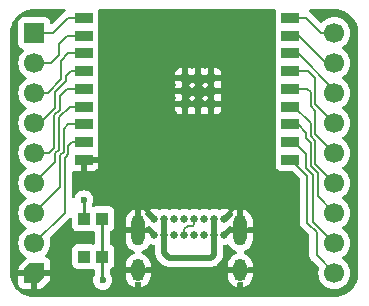
<source format=gbr>
%TF.GenerationSoftware,KiCad,Pcbnew,8.0.4*%
%TF.CreationDate,2024-07-30T18:13:19-04:00*%
%TF.ProjectId,esp32-c3-wroom-socket,65737033-322d-4633-932d-77726f6f6d2d,rev?*%
%TF.SameCoordinates,Original*%
%TF.FileFunction,Copper,L1,Top*%
%TF.FilePolarity,Positive*%
%FSLAX46Y46*%
G04 Gerber Fmt 4.6, Leading zero omitted, Abs format (unit mm)*
G04 Created by KiCad (PCBNEW 8.0.4) date 2024-07-30 18:13:19*
%MOMM*%
%LPD*%
G01*
G04 APERTURE LIST*
G04 Aperture macros list*
%AMOutline5P*
0 Free polygon, 5 corners , with rotation*
0 The origin of the aperture is its center*
0 number of corners: always 5*
0 $1 to $10 corner X, Y*
0 $11 Rotation angle, in degrees counterclockwise*
0 create outline with 5 corners*
4,1,5,$1,$2,$3,$4,$5,$6,$7,$8,$9,$10,$1,$2,$11*%
%AMOutline6P*
0 Free polygon, 6 corners , with rotation*
0 The origin of the aperture is its center*
0 number of corners: always 6*
0 $1 to $12 corner X, Y*
0 $13 Rotation angle, in degrees counterclockwise*
0 create outline with 6 corners*
4,1,6,$1,$2,$3,$4,$5,$6,$7,$8,$9,$10,$11,$12,$1,$2,$13*%
%AMOutline7P*
0 Free polygon, 7 corners , with rotation*
0 The origin of the aperture is its center*
0 number of corners: always 7*
0 $1 to $14 corner X, Y*
0 $15 Rotation angle, in degrees counterclockwise*
0 create outline with 7 corners*
4,1,7,$1,$2,$3,$4,$5,$6,$7,$8,$9,$10,$11,$12,$13,$14,$1,$2,$15*%
%AMOutline8P*
0 Free polygon, 8 corners , with rotation*
0 The origin of the aperture is its center*
0 number of corners: always 8*
0 $1 to $16 corner X, Y*
0 $17 Rotation angle, in degrees counterclockwise*
0 create outline with 8 corners*
4,1,8,$1,$2,$3,$4,$5,$6,$7,$8,$9,$10,$11,$12,$13,$14,$15,$16,$1,$2,$17*%
G04 Aperture macros list end*
%TA.AperFunction,SMDPad,CuDef*%
%ADD10R,1.500000X0.900000*%
%TD*%
%TA.AperFunction,SMDPad,CuDef*%
%ADD11R,0.700000X0.700000*%
%TD*%
%TA.AperFunction,ComponentPad*%
%ADD12C,0.400000*%
%TD*%
%TA.AperFunction,SMDPad,CuDef*%
%ADD13R,1.041400X1.117600*%
%TD*%
%TA.AperFunction,ComponentPad*%
%ADD14C,0.660400*%
%TD*%
%TA.AperFunction,ComponentPad*%
%ADD15O,1.117600X1.905000*%
%TD*%
%TA.AperFunction,ComponentPad*%
%ADD16O,1.117600X2.616200*%
%TD*%
%TA.AperFunction,ComponentPad*%
%ADD17R,1.700000X1.700000*%
%TD*%
%TA.AperFunction,ComponentPad*%
%ADD18C,1.700000*%
%TD*%
%TA.AperFunction,ComponentPad*%
%ADD19Outline6P,-0.850000X0.340000X-0.340000X0.850000X0.850000X0.850000X0.850000X-0.340000X0.340000X-0.850000X-0.850000X-0.850000X0.000000*%
%TD*%
%TA.AperFunction,ViaPad*%
%ADD20C,0.600000*%
%TD*%
%TA.AperFunction,Conductor*%
%ADD21C,0.200000*%
%TD*%
%TA.AperFunction,Conductor*%
%ADD22C,0.500000*%
%TD*%
%TA.AperFunction,Conductor*%
%ADD23C,0.250000*%
%TD*%
G04 APERTURE END LIST*
D10*
%TO.P,U1,1,3V3*%
%TO.N,3V3*%
X148190000Y-58200000D03*
%TO.P,U1,2,EN*%
%TO.N,EN*%
X148190000Y-59700000D03*
%TO.P,U1,3,IO4*%
%TO.N,GPIO4*%
X148190000Y-61200000D03*
%TO.P,U1,4,IO5*%
%TO.N,GPIO5*%
X148190000Y-62700000D03*
%TO.P,U1,5,IO6*%
%TO.N,GPIO6*%
X148190000Y-64200000D03*
%TO.P,U1,6,IO7*%
%TO.N,GPIO7*%
X148190000Y-65700000D03*
%TO.P,U1,7,IO8*%
%TO.N,GPIO8*%
X148190000Y-67200000D03*
%TO.P,U1,8,IO9*%
%TO.N,GPIO9*%
X148190000Y-68700000D03*
%TO.P,U1,9,GND*%
%TO.N,GND*%
X148190000Y-70200000D03*
%TO.P,U1,10,IO10*%
%TO.N,GPIO10*%
X165690000Y-70200000D03*
%TO.P,U1,11,RXD*%
%TO.N,UART-RX*%
X165690000Y-68700000D03*
%TO.P,U1,12,TXD*%
%TO.N,UART-TX*%
X165690000Y-67200000D03*
%TO.P,U1,13,IO18*%
%TO.N,USB_D-*%
X165690000Y-65700000D03*
%TO.P,U1,14,IO19*%
%TO.N,USB_D+*%
X165690000Y-64200000D03*
%TO.P,U1,15,IO3*%
%TO.N,GPIO3*%
X165690000Y-62700000D03*
%TO.P,U1,16,IO2*%
%TO.N,GPIO2*%
X165690000Y-61200000D03*
%TO.P,U1,17,IO1*%
%TO.N,GPIO1*%
X165690000Y-59700000D03*
%TO.P,U1,18,IO0*%
%TO.N,GPIO0*%
X165690000Y-58200000D03*
D11*
%TO.P,U1,19,GND__1*%
%TO.N,GND*%
X156800000Y-63300000D03*
%TO.P,U1,20,GND__2*%
X157900000Y-63300000D03*
%TO.P,U1,21,GND__3*%
X159000000Y-63300000D03*
%TO.P,U1,22,GND__4*%
X156800000Y-64400000D03*
%TO.P,U1,23,GND__5*%
X157900000Y-64400000D03*
%TO.P,U1,24,GND__6*%
X159000000Y-64400000D03*
%TO.P,U1,25,GND__7*%
X156800000Y-65500000D03*
%TO.P,U1,26,GND__8*%
X157900000Y-65500000D03*
%TO.P,U1,27,GND__9*%
X159000000Y-65500000D03*
D12*
%TO.P,U1,28,GND__10*%
X157350000Y-63300000D03*
%TO.P,U1,29,GND__11*%
X158450000Y-63300000D03*
%TO.P,U1,30,GND__12*%
X156800000Y-63850000D03*
%TO.P,U1,31,GND__13*%
X157900000Y-63850000D03*
%TO.P,U1,32,GND__14*%
X159000000Y-63850000D03*
%TO.P,U1,33,GND__15*%
X157350000Y-64400000D03*
%TO.P,U1,34,GND__16*%
X158450000Y-64400000D03*
%TO.P,U1,35,GND__17*%
X156800000Y-64950000D03*
%TO.P,U1,36,GND__18*%
X157900000Y-64950000D03*
%TO.P,U1,37,GND__19*%
X159000000Y-64950000D03*
%TO.P,U1,38,GND__20*%
X157350000Y-65500000D03*
%TO.P,U1,39,GND__21*%
X158450000Y-65500000D03*
%TD*%
D13*
%TO.P,LED1,1,GND*%
%TO.N,Net-(LED1-GND-Pad1)*%
X149750001Y-75200000D03*
%TO.P,LED1,2,RED*%
%TO.N,3V3*%
X148249999Y-75200000D03*
%TO.P,LED1,3,GRN*%
%TO.N,unconnected-(LED1-GRN-Pad3)*%
X148249999Y-78400400D03*
%TO.P,LED1,4,GND*%
%TO.N,Net-(LED1-GND-Pad1)*%
X149750001Y-78400400D03*
%TD*%
D14*
%TO.P,J1,A1,GND*%
%TO.N,GND*%
X154150000Y-75200000D03*
%TO.P,J1,A4,VBUS*%
%TO.N,VBUS*%
X155000001Y-75200000D03*
%TO.P,J1,A5,CC1*%
%TO.N,Net-(J1-CC1)*%
X155849999Y-75200000D03*
%TO.P,J1,A6,D+*%
%TO.N,USB_D+*%
X156700000Y-75200000D03*
%TO.P,J1,A7,D-*%
%TO.N,USB_D-*%
X157550001Y-75200000D03*
%TO.P,J1,A8,SBU1*%
%TO.N,unconnected-(J1-SBU1-PadA8)*%
X158400002Y-75200000D03*
%TO.P,J1,A9,VBUS*%
%TO.N,VBUS*%
X159250000Y-75200000D03*
%TO.P,J1,A12,GND*%
%TO.N,GND*%
X160100001Y-75200000D03*
%TO.P,J1,B1,GND*%
X160100001Y-76550000D03*
%TO.P,J1,B4,VBUS*%
%TO.N,VBUS*%
X159250000Y-76550000D03*
%TO.P,J1,B5,CC2*%
%TO.N,Net-(J1-CC2)*%
X158400002Y-76550000D03*
%TO.P,J1,B6,D+*%
%TO.N,USB_D+*%
X157550001Y-76550000D03*
%TO.P,J1,B7,D-*%
%TO.N,USB_D-*%
X156700000Y-76550000D03*
%TO.P,J1,B8,SBU2*%
%TO.N,unconnected-(J1-SBU2-PadB8)*%
X155849999Y-76550000D03*
%TO.P,J1,B9,VBUS*%
%TO.N,VBUS*%
X155000001Y-76550000D03*
%TO.P,J1,B12,GND*%
%TO.N,GND*%
X154150000Y-76550000D03*
D15*
%TO.P,J1,S1,SHIELD*%
X152800015Y-79565000D03*
%TO.P,J1,S2,SHIELD*%
X161449985Y-79565000D03*
D16*
%TO.P,J1,S3,SHIELD*%
X152800000Y-76180001D03*
%TO.P,J1,S4,SHIELD*%
X161449985Y-76180000D03*
%TD*%
D17*
%TO.P,J2,1*%
%TO.N,3V3*%
X144010000Y-59480000D03*
D18*
%TO.P,J2,2*%
%TO.N,EN*%
X144010000Y-62020000D03*
%TO.P,J2,3*%
%TO.N,GPIO4*%
X144010000Y-64560000D03*
%TO.P,J2,4*%
%TO.N,GPIO5*%
X144010000Y-67100000D03*
%TO.P,J2,5*%
%TO.N,GPIO6*%
X144010000Y-69640000D03*
%TO.P,J2,6*%
%TO.N,GPIO7*%
X144010000Y-72180000D03*
%TO.P,J2,7*%
%TO.N,GPIO8*%
X144010000Y-74720000D03*
%TO.P,J2,8*%
%TO.N,GPIO9*%
X144010000Y-77260000D03*
D19*
%TO.P,J2,9*%
%TO.N,GND*%
X144010000Y-79800000D03*
D18*
%TO.P,J2,10*%
%TO.N,GPIO10*%
X169410000Y-79800000D03*
%TO.P,J2,11*%
%TO.N,UART-RX*%
X169410000Y-77260000D03*
%TO.P,J2,12*%
%TO.N,UART-TX*%
X169410000Y-74720000D03*
%TO.P,J2,13*%
%TO.N,USB_D-*%
X169410000Y-72180000D03*
%TO.P,J2,14*%
%TO.N,USB_D+*%
X169410000Y-69640000D03*
%TO.P,J2,15*%
%TO.N,GPIO3*%
X169410000Y-67100000D03*
%TO.P,J2,16*%
%TO.N,GPIO2*%
X169410000Y-64560000D03*
%TO.P,J2,17*%
%TO.N,GPIO1*%
X169410000Y-62020000D03*
%TO.P,J2,18*%
%TO.N,GPIO0*%
X169410000Y-59480000D03*
%TD*%
D20*
%TO.N,GND*%
X152400000Y-68580000D03*
X152400000Y-71120000D03*
%TO.N,3V3*%
X148200000Y-73600000D03*
%TO.N,Net-(LED1-GND-Pad1)*%
X149800000Y-80400000D03*
%TD*%
D21*
%TO.N,GPIO3*%
X167200000Y-62700000D02*
X167800000Y-63300000D01*
X165690000Y-62700000D02*
X167200000Y-62700000D01*
X167800000Y-63300000D02*
X167800000Y-65490000D01*
X167800000Y-65490000D02*
X169410000Y-67100000D01*
%TO.N,GPIO2*%
X165690000Y-61200000D02*
X166300000Y-61200000D01*
X166300000Y-61200000D02*
X169410000Y-64310000D01*
X169410000Y-64310000D02*
X169410000Y-64560000D01*
%TO.N,GPIO1*%
X165690000Y-59700000D02*
X166400000Y-59700000D01*
X166400000Y-59700000D02*
X168720000Y-62020000D01*
X168720000Y-62020000D02*
X169410000Y-62020000D01*
%TO.N,GPIO0*%
X168280000Y-59480000D02*
X167000000Y-58200000D01*
X167000000Y-58200000D02*
X165690000Y-58200000D01*
X169410000Y-59480000D02*
X168280000Y-59480000D01*
%TO.N,GPIO4*%
X148190000Y-61200000D02*
X146900000Y-61200000D01*
X146900000Y-61200000D02*
X146300000Y-61800000D01*
X146300000Y-63400000D02*
X145140000Y-64560000D01*
X146300000Y-61800000D02*
X146300000Y-63400000D01*
X145140000Y-64560000D02*
X144010000Y-64560000D01*
D22*
%TO.N,VBUS*%
X159000000Y-78500000D02*
X155400000Y-78500000D01*
X159250000Y-76550000D02*
X159250000Y-75200000D01*
X155000001Y-76550000D02*
X155000001Y-75200000D01*
X155000001Y-78100001D02*
X155000001Y-76550000D01*
X155400000Y-78500000D02*
X155000001Y-78100001D01*
X159250000Y-78250000D02*
X159000000Y-78500000D01*
X159250000Y-76550000D02*
X159250000Y-78250000D01*
D21*
%TO.N,GPIO7*%
X148190000Y-65700000D02*
X147015686Y-65700000D01*
X146100000Y-66615686D02*
X146100000Y-69358628D01*
X146100000Y-69358628D02*
X145800000Y-69658628D01*
X145800000Y-69658628D02*
X145800000Y-70390000D01*
X147015686Y-65700000D02*
X146100000Y-66615686D01*
X145800000Y-70390000D02*
X144010000Y-72180000D01*
%TO.N,USB_D+*%
X167800000Y-66055686D02*
X167800000Y-68030000D01*
X165690000Y-64200000D02*
X167100000Y-64200000D01*
X167800000Y-68030000D02*
X169410000Y-69640000D01*
X167400000Y-64500000D02*
X167400000Y-65655686D01*
X167100000Y-64200000D02*
X167400000Y-64500000D01*
X167400000Y-65655686D02*
X167800000Y-66055686D01*
%TO.N,UART-RX*%
X167000000Y-69710000D02*
X167000000Y-70901372D01*
X167600000Y-71501372D02*
X167600000Y-75450000D01*
X165990000Y-68700000D02*
X167000000Y-69710000D01*
X165690000Y-68700000D02*
X165990000Y-68700000D01*
X167000000Y-70901372D02*
X167600000Y-71501372D01*
X167600000Y-75450000D02*
X169410000Y-77260000D01*
%TO.N,USB_D-*%
X167400000Y-67110000D02*
X167400000Y-68195686D01*
X167400000Y-68195686D02*
X167800000Y-68595686D01*
X165690000Y-65700000D02*
X165990000Y-65700000D01*
X157550001Y-75649999D02*
X157550001Y-75200000D01*
X156700000Y-76550000D02*
X156700000Y-76091238D01*
X167800000Y-68595686D02*
X167800000Y-70570000D01*
X165990000Y-65700000D02*
X167400000Y-67110000D01*
X167800000Y-70570000D02*
X169410000Y-72180000D01*
X156991238Y-75800000D02*
X157400000Y-75800000D01*
X157400000Y-75800000D02*
X157550001Y-75649999D01*
X156700000Y-76091238D02*
X156991238Y-75800000D01*
%TO.N,GPIO5*%
X148190000Y-62700000D02*
X147100000Y-62700000D01*
X145800000Y-65784314D02*
X144484314Y-67100000D01*
X146700000Y-63100000D02*
X146700000Y-63565686D01*
X146700000Y-63565686D02*
X145800000Y-64465686D01*
X145800000Y-64465686D02*
X145800000Y-65784314D01*
X144484314Y-67100000D02*
X144010000Y-67100000D01*
X147100000Y-62700000D02*
X146700000Y-63100000D01*
%TO.N,GPIO8*%
X146500000Y-67600000D02*
X146499999Y-69524314D01*
X148190000Y-67200000D02*
X146900000Y-67200000D01*
X146499999Y-69524314D02*
X146200000Y-69824313D01*
X146900000Y-67200000D02*
X146500000Y-67600000D01*
X146200000Y-69824313D02*
X146200000Y-72530000D01*
X146200000Y-72530000D02*
X144010000Y-74720000D01*
%TO.N,UART-TX*%
X167400000Y-68761372D02*
X167400000Y-70735686D01*
X167400000Y-70735686D02*
X168000000Y-71335686D01*
X165690000Y-67200000D02*
X166300000Y-67200000D01*
X167000000Y-68361372D02*
X167400000Y-68761372D01*
X168000000Y-71335686D02*
X168000000Y-73310000D01*
X167000000Y-67900000D02*
X167000000Y-68361372D01*
X166300000Y-67200000D02*
X167000000Y-67900000D01*
X168000000Y-73310000D02*
X169410000Y-74720000D01*
%TO.N,GPIO10*%
X167900000Y-76315686D02*
X167900000Y-78290000D01*
X165732942Y-70200000D02*
X167100000Y-71567058D01*
X167900000Y-78290000D02*
X169410000Y-79800000D01*
X165690000Y-70200000D02*
X165732942Y-70200000D01*
X167100000Y-71567058D02*
X167100000Y-75515686D01*
X167100000Y-75515686D02*
X167900000Y-76315686D01*
%TO.N,EN*%
X146800000Y-59700000D02*
X146100000Y-60400000D01*
X145380000Y-62020000D02*
X144010000Y-62020000D01*
X146100000Y-60400000D02*
X146100000Y-61300000D01*
X148190000Y-59700000D02*
X146800000Y-59700000D01*
X146100000Y-61300000D02*
X145380000Y-62020000D01*
%TO.N,GPIO9*%
X146665685Y-69924314D02*
X146600000Y-69989999D01*
X147200000Y-68700000D02*
X146900000Y-69000000D01*
X146900000Y-69000000D02*
X146900000Y-69690000D01*
X148190000Y-68700000D02*
X147200000Y-68700000D01*
X146900000Y-69690000D02*
X146665685Y-69924314D01*
X146600000Y-74670000D02*
X144010000Y-77260000D01*
X146600000Y-69989999D02*
X146600000Y-74670000D01*
%TO.N,3V3*%
X146900000Y-58200000D02*
X145620000Y-59480000D01*
X145620000Y-59480000D02*
X144010000Y-59480000D01*
X148190000Y-58200000D02*
X146900000Y-58200000D01*
D23*
X148200000Y-74800000D02*
X148200000Y-73600000D01*
D21*
%TO.N,GPIO6*%
X146200000Y-64800000D02*
X146200000Y-65950000D01*
X145700000Y-69192942D02*
X145252942Y-69640000D01*
X148190000Y-64200000D02*
X146800000Y-64200000D01*
X145700000Y-66450000D02*
X145700000Y-69192942D01*
X145252942Y-69640000D02*
X144010000Y-69640000D01*
X146200000Y-65950000D02*
X145700000Y-66450000D01*
X146800000Y-64200000D02*
X146200000Y-64800000D01*
D23*
%TO.N,Net-(LED1-GND-Pad1)*%
X149750001Y-80350001D02*
X149750001Y-78400400D01*
X149750001Y-75200000D02*
X149750001Y-78400400D01*
X149800000Y-80400000D02*
X149750001Y-80350001D01*
%TD*%
%TA.AperFunction,Conductor*%
%TO.N,GND*%
G36*
X153752663Y-75814957D02*
G01*
X153797011Y-75843458D01*
X154165274Y-76211721D01*
X154198759Y-76273044D01*
X154195525Y-76337717D01*
X154192318Y-76347586D01*
X154190419Y-76346800D01*
X154109581Y-76346800D01*
X154034896Y-76377735D01*
X153977735Y-76434896D01*
X153946800Y-76509581D01*
X153946800Y-76590419D01*
X153977735Y-76665104D01*
X154034896Y-76722265D01*
X154079916Y-76740912D01*
X154043336Y-76750157D01*
X153977094Y-76727935D01*
X153960375Y-76713928D01*
X153676448Y-76430001D01*
X153424500Y-76430001D01*
X153357461Y-76410316D01*
X153311706Y-76357512D01*
X153300500Y-76306001D01*
X153300500Y-76054001D01*
X153320185Y-75986962D01*
X153372989Y-75941207D01*
X153424500Y-75930001D01*
X153535106Y-75930001D01*
X153621648Y-75843458D01*
X153682971Y-75809973D01*
X153752663Y-75814957D01*
G37*
%TD.AperFunction*%
%TA.AperFunction,Conductor*%
G36*
X160584003Y-75814957D02*
G01*
X160628351Y-75843458D01*
X160714893Y-75930000D01*
X160825485Y-75930000D01*
X160892524Y-75949685D01*
X160938279Y-76002489D01*
X160949485Y-76054000D01*
X160949485Y-76306000D01*
X160929800Y-76373039D01*
X160876996Y-76418794D01*
X160825485Y-76430000D01*
X160573553Y-76430000D01*
X160289625Y-76713928D01*
X160228302Y-76747413D01*
X160165273Y-76742905D01*
X160215105Y-76722265D01*
X160272266Y-76665104D01*
X160303201Y-76590419D01*
X160303201Y-76509581D01*
X160272266Y-76434896D01*
X160215105Y-76377735D01*
X160140420Y-76346800D01*
X160059582Y-76346800D01*
X160057681Y-76347587D01*
X160054474Y-76337716D01*
X160052479Y-76267880D01*
X160084725Y-76211720D01*
X160365626Y-75930821D01*
X160452988Y-75843458D01*
X160514311Y-75809973D01*
X160584003Y-75814957D01*
G37*
%TD.AperFunction*%
%TA.AperFunction,Conductor*%
G36*
X146618757Y-57460185D02*
G01*
X146664512Y-57512989D01*
X146674456Y-57582147D01*
X146645431Y-57645703D01*
X146613717Y-57671888D01*
X146531285Y-57719479D01*
X146531282Y-57719481D01*
X145572180Y-58678584D01*
X145510857Y-58712069D01*
X145441165Y-58707085D01*
X145385232Y-58665213D01*
X145360815Y-58599749D01*
X145360499Y-58590903D01*
X145360499Y-58582129D01*
X145360498Y-58582123D01*
X145360497Y-58582116D01*
X145354091Y-58522517D01*
X145328346Y-58453492D01*
X145303797Y-58387671D01*
X145303793Y-58387664D01*
X145217547Y-58272455D01*
X145217544Y-58272452D01*
X145102335Y-58186206D01*
X145102328Y-58186202D01*
X144967482Y-58135908D01*
X144967483Y-58135908D01*
X144907883Y-58129501D01*
X144907881Y-58129500D01*
X144907873Y-58129500D01*
X144907864Y-58129500D01*
X143112129Y-58129500D01*
X143112123Y-58129501D01*
X143052516Y-58135908D01*
X142917671Y-58186202D01*
X142917664Y-58186206D01*
X142802455Y-58272452D01*
X142802452Y-58272455D01*
X142716206Y-58387664D01*
X142716202Y-58387671D01*
X142665908Y-58522517D01*
X142659970Y-58577753D01*
X142659501Y-58582123D01*
X142659500Y-58582135D01*
X142659500Y-60377870D01*
X142659501Y-60377876D01*
X142665908Y-60437483D01*
X142716202Y-60572328D01*
X142716206Y-60572335D01*
X142802452Y-60687544D01*
X142802455Y-60687547D01*
X142917664Y-60773793D01*
X142917671Y-60773797D01*
X143049081Y-60822810D01*
X143105015Y-60864681D01*
X143129432Y-60930145D01*
X143114580Y-60998418D01*
X143093430Y-61026673D01*
X142971503Y-61148600D01*
X142835965Y-61342169D01*
X142835964Y-61342171D01*
X142736098Y-61556335D01*
X142736094Y-61556344D01*
X142674938Y-61784586D01*
X142674936Y-61784596D01*
X142654341Y-62019999D01*
X142654341Y-62020000D01*
X142674936Y-62255403D01*
X142674938Y-62255413D01*
X142736094Y-62483655D01*
X142736096Y-62483659D01*
X142736097Y-62483663D01*
X142833291Y-62692096D01*
X142835965Y-62697830D01*
X142835967Y-62697834D01*
X142971501Y-62891395D01*
X142971506Y-62891402D01*
X143138597Y-63058493D01*
X143138603Y-63058498D01*
X143324158Y-63188425D01*
X143367783Y-63243002D01*
X143374977Y-63312500D01*
X143343454Y-63374855D01*
X143324158Y-63391575D01*
X143138597Y-63521505D01*
X142971505Y-63688597D01*
X142835965Y-63882169D01*
X142835964Y-63882171D01*
X142736098Y-64096335D01*
X142736094Y-64096344D01*
X142674938Y-64324586D01*
X142674936Y-64324596D01*
X142654341Y-64559999D01*
X142654341Y-64560000D01*
X142674936Y-64795403D01*
X142674938Y-64795413D01*
X142736094Y-65023655D01*
X142736096Y-65023659D01*
X142736097Y-65023663D01*
X142788469Y-65135975D01*
X142835965Y-65237830D01*
X142835967Y-65237834D01*
X142971501Y-65431395D01*
X142971506Y-65431402D01*
X143138597Y-65598493D01*
X143138603Y-65598498D01*
X143324158Y-65728425D01*
X143367783Y-65783002D01*
X143374977Y-65852500D01*
X143343454Y-65914855D01*
X143324158Y-65931575D01*
X143138597Y-66061505D01*
X142971505Y-66228597D01*
X142835965Y-66422169D01*
X142835964Y-66422171D01*
X142736098Y-66636335D01*
X142736094Y-66636344D01*
X142674938Y-66864586D01*
X142674936Y-66864596D01*
X142654341Y-67099999D01*
X142654341Y-67100000D01*
X142674936Y-67335403D01*
X142674938Y-67335413D01*
X142736094Y-67563655D01*
X142736096Y-67563659D01*
X142736097Y-67563663D01*
X142798682Y-67697876D01*
X142835965Y-67777830D01*
X142835967Y-67777834D01*
X142971501Y-67971395D01*
X142971506Y-67971402D01*
X143138597Y-68138493D01*
X143138603Y-68138498D01*
X143324158Y-68268425D01*
X143367783Y-68323002D01*
X143374977Y-68392500D01*
X143343454Y-68454855D01*
X143324158Y-68471575D01*
X143138597Y-68601505D01*
X142971505Y-68768597D01*
X142835965Y-68962169D01*
X142835964Y-68962171D01*
X142736098Y-69176335D01*
X142736094Y-69176344D01*
X142674938Y-69404586D01*
X142674936Y-69404596D01*
X142654341Y-69639999D01*
X142654341Y-69640000D01*
X142674936Y-69875403D01*
X142674938Y-69875413D01*
X142736094Y-70103655D01*
X142736096Y-70103659D01*
X142736097Y-70103663D01*
X142767273Y-70170520D01*
X142835965Y-70317830D01*
X142835967Y-70317834D01*
X142971501Y-70511395D01*
X142971506Y-70511402D01*
X143138597Y-70678493D01*
X143138603Y-70678498D01*
X143324158Y-70808425D01*
X143367783Y-70863002D01*
X143374977Y-70932500D01*
X143343454Y-70994855D01*
X143324158Y-71011575D01*
X143138597Y-71141505D01*
X142971505Y-71308597D01*
X142835965Y-71502169D01*
X142835964Y-71502171D01*
X142736098Y-71716335D01*
X142736094Y-71716344D01*
X142674938Y-71944586D01*
X142674936Y-71944596D01*
X142654341Y-72179999D01*
X142654341Y-72180000D01*
X142674936Y-72415403D01*
X142674938Y-72415413D01*
X142736094Y-72643655D01*
X142736096Y-72643659D01*
X142736097Y-72643663D01*
X142815821Y-72814631D01*
X142835965Y-72857830D01*
X142835967Y-72857834D01*
X142971501Y-73051395D01*
X142971506Y-73051402D01*
X143138597Y-73218493D01*
X143138603Y-73218498D01*
X143324158Y-73348425D01*
X143367783Y-73403002D01*
X143374977Y-73472500D01*
X143343454Y-73534855D01*
X143324158Y-73551575D01*
X143138597Y-73681505D01*
X142971505Y-73848597D01*
X142835965Y-74042169D01*
X142835964Y-74042171D01*
X142736098Y-74256335D01*
X142736094Y-74256344D01*
X142674938Y-74484586D01*
X142674936Y-74484596D01*
X142654341Y-74719999D01*
X142654341Y-74720000D01*
X142674936Y-74955403D01*
X142674938Y-74955413D01*
X142736094Y-75183655D01*
X142736096Y-75183659D01*
X142736097Y-75183663D01*
X142783395Y-75285093D01*
X142835965Y-75397830D01*
X142835967Y-75397834D01*
X142971501Y-75591395D01*
X142971506Y-75591402D01*
X143138597Y-75758493D01*
X143138603Y-75758498D01*
X143324158Y-75888425D01*
X143367783Y-75943002D01*
X143374977Y-76012500D01*
X143343454Y-76074855D01*
X143324158Y-76091575D01*
X143138597Y-76221505D01*
X142971505Y-76388597D01*
X142835965Y-76582169D01*
X142835964Y-76582171D01*
X142736098Y-76796335D01*
X142736094Y-76796344D01*
X142674938Y-77024586D01*
X142674936Y-77024596D01*
X142654341Y-77259999D01*
X142654341Y-77260000D01*
X142674936Y-77495403D01*
X142674938Y-77495413D01*
X142736094Y-77723655D01*
X142736096Y-77723659D01*
X142736097Y-77723663D01*
X142803214Y-77867596D01*
X142835965Y-77937830D01*
X142835967Y-77937834D01*
X142944281Y-78092521D01*
X142971505Y-78131401D01*
X143138599Y-78298495D01*
X143167766Y-78318918D01*
X143297395Y-78409685D01*
X143341019Y-78464262D01*
X143348212Y-78533761D01*
X143316690Y-78596115D01*
X143313952Y-78598941D01*
X142777504Y-79135389D01*
X142777492Y-79135403D01*
X142725570Y-79202241D01*
X142725570Y-79202242D01*
X142670549Y-79335075D01*
X142660000Y-79419058D01*
X142660000Y-79550000D01*
X143576988Y-79550000D01*
X143544075Y-79607007D01*
X143510000Y-79734174D01*
X143510000Y-79865826D01*
X143544075Y-79992993D01*
X143576988Y-80050000D01*
X142660000Y-80050000D01*
X142660000Y-80697844D01*
X142666401Y-80757372D01*
X142666403Y-80757379D01*
X142716645Y-80892086D01*
X142716649Y-80892093D01*
X142802809Y-81007187D01*
X142802812Y-81007190D01*
X142917906Y-81093350D01*
X142917913Y-81093354D01*
X143052620Y-81143596D01*
X143052627Y-81143598D01*
X143112155Y-81149999D01*
X143112172Y-81150000D01*
X143760000Y-81150000D01*
X143760000Y-80233012D01*
X143817007Y-80265925D01*
X143944174Y-80300000D01*
X144075826Y-80300000D01*
X144202993Y-80265925D01*
X144260000Y-80233012D01*
X144260000Y-81150000D01*
X144390942Y-81150000D01*
X144390943Y-81149999D01*
X144474925Y-81139450D01*
X144607758Y-81084429D01*
X144674596Y-81032507D01*
X144674609Y-81032496D01*
X145242496Y-80464609D01*
X145242507Y-80464596D01*
X145294429Y-80397758D01*
X145294429Y-80397757D01*
X145349450Y-80264924D01*
X145359999Y-80180941D01*
X145360000Y-80180935D01*
X145360000Y-80050000D01*
X144443012Y-80050000D01*
X144475925Y-79992993D01*
X144510000Y-79865826D01*
X144510000Y-79734174D01*
X144475925Y-79607007D01*
X144443012Y-79550000D01*
X145360000Y-79550000D01*
X145360000Y-78902172D01*
X145359999Y-78902155D01*
X145353598Y-78842627D01*
X145353596Y-78842620D01*
X145303354Y-78707913D01*
X145303350Y-78707906D01*
X145217190Y-78592812D01*
X145217187Y-78592809D01*
X145102093Y-78506649D01*
X145102088Y-78506646D01*
X144970528Y-78457577D01*
X144914595Y-78415705D01*
X144890178Y-78350241D01*
X144905030Y-78281968D01*
X144926175Y-78253720D01*
X145048495Y-78131401D01*
X145184035Y-77937830D01*
X145283903Y-77723663D01*
X145345063Y-77495408D01*
X145365659Y-77260000D01*
X145345063Y-77024592D01*
X145310671Y-76896239D01*
X145312334Y-76826393D01*
X145342763Y-76776470D01*
X146958506Y-75160728D01*
X146958511Y-75160724D01*
X146968714Y-75150520D01*
X146968716Y-75150520D01*
X147017119Y-75102116D01*
X147078440Y-75068632D01*
X147148132Y-75073616D01*
X147204065Y-75115487D01*
X147228483Y-75180951D01*
X147228799Y-75189798D01*
X147228799Y-75806670D01*
X147228800Y-75806676D01*
X147235207Y-75866283D01*
X147285501Y-76001128D01*
X147285505Y-76001135D01*
X147371751Y-76116344D01*
X147371754Y-76116347D01*
X147486963Y-76202593D01*
X147486970Y-76202597D01*
X147621816Y-76252891D01*
X147621815Y-76252891D01*
X147628743Y-76253635D01*
X147681426Y-76259300D01*
X148818571Y-76259299D01*
X148878182Y-76252891D01*
X148925200Y-76235353D01*
X148956666Y-76223618D01*
X149026357Y-76218633D01*
X149043361Y-76223628D01*
X149043862Y-76223815D01*
X149099786Y-76265699D01*
X149124187Y-76331170D01*
X149124501Y-76339986D01*
X149124501Y-77260413D01*
X149104816Y-77327452D01*
X149052012Y-77373207D01*
X149043659Y-77376660D01*
X149043158Y-77376846D01*
X148973459Y-77381725D01*
X148956668Y-77376781D01*
X148878184Y-77347509D01*
X148878182Y-77347508D01*
X148818582Y-77341101D01*
X148818580Y-77341100D01*
X148818572Y-77341100D01*
X148818563Y-77341100D01*
X147681428Y-77341100D01*
X147681422Y-77341101D01*
X147621815Y-77347508D01*
X147486970Y-77397802D01*
X147486963Y-77397806D01*
X147371754Y-77484052D01*
X147371751Y-77484055D01*
X147285505Y-77599264D01*
X147285501Y-77599271D01*
X147235207Y-77734117D01*
X147228800Y-77793716D01*
X147228800Y-77793723D01*
X147228799Y-77793735D01*
X147228799Y-79007070D01*
X147228800Y-79007076D01*
X147235207Y-79066683D01*
X147285501Y-79201528D01*
X147285505Y-79201535D01*
X147371751Y-79316744D01*
X147371754Y-79316747D01*
X147486963Y-79402993D01*
X147486970Y-79402997D01*
X147621816Y-79453291D01*
X147621815Y-79453291D01*
X147628743Y-79454035D01*
X147681426Y-79459700D01*
X148818571Y-79459699D01*
X148878182Y-79453291D01*
X148925200Y-79435753D01*
X148956666Y-79424018D01*
X149026357Y-79419033D01*
X149043361Y-79424028D01*
X149043862Y-79424215D01*
X149099786Y-79466099D01*
X149124187Y-79531570D01*
X149124501Y-79540386D01*
X149124501Y-79934717D01*
X149105495Y-80000689D01*
X149074211Y-80050476D01*
X149014631Y-80220745D01*
X149014630Y-80220750D01*
X148994435Y-80399996D01*
X148994435Y-80400003D01*
X149014630Y-80579249D01*
X149014631Y-80579254D01*
X149074211Y-80749523D01*
X149118338Y-80819750D01*
X149170184Y-80902262D01*
X149297738Y-81029816D01*
X149450478Y-81125789D01*
X149535842Y-81155659D01*
X149620745Y-81185368D01*
X149620750Y-81185369D01*
X149799996Y-81205565D01*
X149800000Y-81205565D01*
X149800004Y-81205565D01*
X149979249Y-81185369D01*
X149979252Y-81185368D01*
X149979255Y-81185368D01*
X150149522Y-81125789D01*
X150302262Y-81029816D01*
X150429816Y-80902262D01*
X150525789Y-80749522D01*
X150585368Y-80579255D01*
X150586097Y-80572786D01*
X150605565Y-80400003D01*
X150605565Y-80399996D01*
X150585369Y-80220750D01*
X150585368Y-80220745D01*
X150525788Y-80050476D01*
X150429815Y-79897737D01*
X150411820Y-79879742D01*
X150378335Y-79818419D01*
X150375501Y-79792061D01*
X150375501Y-79540386D01*
X150395186Y-79473347D01*
X150447990Y-79427592D01*
X150456142Y-79424214D01*
X150513032Y-79402996D01*
X150628247Y-79316746D01*
X150714497Y-79201531D01*
X150764792Y-79066683D01*
X150771201Y-79007073D01*
X150771200Y-77793728D01*
X150764792Y-77734117D01*
X150763187Y-77729815D01*
X150714498Y-77599271D01*
X150714494Y-77599264D01*
X150628248Y-77484055D01*
X150628245Y-77484052D01*
X150513036Y-77397806D01*
X150513029Y-77397802D01*
X150456168Y-77376595D01*
X150400235Y-77334724D01*
X150375817Y-77269260D01*
X150375501Y-77260413D01*
X150375501Y-76339986D01*
X150395186Y-76272947D01*
X150447990Y-76227192D01*
X150456142Y-76223814D01*
X150513032Y-76202596D01*
X150628247Y-76116346D01*
X150714497Y-76001131D01*
X150764792Y-75866283D01*
X150771201Y-75806673D01*
X150771201Y-75326413D01*
X151741200Y-75326413D01*
X151741200Y-75930001D01*
X152175500Y-75930001D01*
X152242539Y-75949686D01*
X152288294Y-76002490D01*
X152299500Y-76054001D01*
X152299500Y-76306001D01*
X152279815Y-76373040D01*
X152227011Y-76418795D01*
X152175500Y-76430001D01*
X151741200Y-76430001D01*
X151741200Y-77033588D01*
X151781887Y-77238134D01*
X151781889Y-77238142D01*
X151861702Y-77430829D01*
X151977577Y-77604249D01*
X152125051Y-77751723D01*
X152298471Y-77867597D01*
X152462987Y-77935742D01*
X152517390Y-77979583D01*
X152539455Y-78045877D01*
X152522176Y-78113576D01*
X152471039Y-78161187D01*
X152462987Y-78164864D01*
X152298487Y-78233002D01*
X152125066Y-78348877D01*
X151977592Y-78496351D01*
X151861717Y-78669771D01*
X151781904Y-78862458D01*
X151781902Y-78862466D01*
X151741215Y-79067012D01*
X151741215Y-79315000D01*
X152170444Y-79315000D01*
X152237483Y-79334685D01*
X152276518Y-79379734D01*
X152278491Y-79378596D01*
X152282899Y-79386230D01*
X152283235Y-79387486D01*
X152283238Y-79387489D01*
X152285009Y-79391557D01*
X152285672Y-79393158D01*
X152284847Y-79393499D01*
X152299515Y-79448235D01*
X152299515Y-79681764D01*
X152284851Y-79736493D01*
X152285675Y-79736834D01*
X152285013Y-79738433D01*
X152283992Y-79739700D01*
X152282904Y-79743760D01*
X152282557Y-79744362D01*
X152282556Y-79744363D01*
X152278495Y-79751399D01*
X152275814Y-79749851D01*
X152241182Y-79792844D01*
X152174892Y-79814920D01*
X152170444Y-79815000D01*
X151741215Y-79815000D01*
X151741215Y-80062987D01*
X151781902Y-80267533D01*
X151781904Y-80267541D01*
X151861717Y-80460228D01*
X151977592Y-80633648D01*
X152125066Y-80781122D01*
X152298486Y-80896997D01*
X152491173Y-80976810D01*
X152491181Y-80976812D01*
X152550014Y-80988515D01*
X152550015Y-80988515D01*
X152550015Y-80628201D01*
X152569700Y-80561162D01*
X152622504Y-80515407D01*
X152691662Y-80505463D01*
X152706089Y-80508421D01*
X152726908Y-80514000D01*
X152726912Y-80514000D01*
X152873118Y-80514000D01*
X152873122Y-80514000D01*
X152893924Y-80508426D01*
X152963770Y-80510089D01*
X153021633Y-80549251D01*
X153049138Y-80613479D01*
X153050015Y-80628201D01*
X153050015Y-80988515D01*
X153108848Y-80976812D01*
X153108856Y-80976810D01*
X153301543Y-80896997D01*
X153474963Y-80781122D01*
X153622437Y-80633648D01*
X153738312Y-80460228D01*
X153818125Y-80267541D01*
X153818127Y-80267533D01*
X153858814Y-80062987D01*
X153858815Y-80062984D01*
X153858815Y-79815000D01*
X153429586Y-79815000D01*
X153362547Y-79795315D01*
X153323507Y-79750260D01*
X153321535Y-79751399D01*
X153317473Y-79744363D01*
X153317473Y-79744362D01*
X153317125Y-79743760D01*
X153316788Y-79742503D01*
X153315017Y-79738433D01*
X153314355Y-79736834D01*
X153315178Y-79736493D01*
X153300515Y-79681764D01*
X153300515Y-79448235D01*
X153315182Y-79393499D01*
X153314358Y-79393158D01*
X153315021Y-79391557D01*
X153316043Y-79390287D01*
X153317131Y-79386230D01*
X153321539Y-79378596D01*
X153324217Y-79380142D01*
X153358858Y-79337150D01*
X153425150Y-79315079D01*
X153429586Y-79315000D01*
X153858815Y-79315000D01*
X153858815Y-79067016D01*
X153858814Y-79067012D01*
X153818127Y-78862466D01*
X153818125Y-78862458D01*
X153738312Y-78669771D01*
X153622437Y-78496351D01*
X153474963Y-78348877D01*
X153301543Y-78233002D01*
X153137027Y-78164858D01*
X153082624Y-78121017D01*
X153060559Y-78054723D01*
X153077838Y-77987023D01*
X153128976Y-77939413D01*
X153137028Y-77935736D01*
X153301526Y-77867599D01*
X153474948Y-77751723D01*
X153622422Y-77604249D01*
X153738293Y-77430834D01*
X153738297Y-77430826D01*
X153744398Y-77416098D01*
X153788237Y-77361694D01*
X153854531Y-77339627D01*
X153885387Y-77343959D01*
X153885684Y-77342565D01*
X154062742Y-77380200D01*
X154125501Y-77380200D01*
X154192540Y-77399885D01*
X154238295Y-77452689D01*
X154249501Y-77504200D01*
X154249501Y-78173919D01*
X154249501Y-78173921D01*
X154249500Y-78173921D01*
X154278341Y-78318908D01*
X154278344Y-78318918D01*
X154334913Y-78455489D01*
X154334916Y-78455495D01*
X154334917Y-78455496D01*
X154343880Y-78468910D01*
X154343881Y-78468913D01*
X154417047Y-78578415D01*
X154417053Y-78578422D01*
X154921584Y-79082952D01*
X154921590Y-79082957D01*
X154955191Y-79105407D01*
X154955193Y-79105408D01*
X155044505Y-79165084D01*
X155044506Y-79165084D01*
X155044507Y-79165085D01*
X155181082Y-79221656D01*
X155181087Y-79221658D01*
X155181091Y-79221658D01*
X155181092Y-79221659D01*
X155326079Y-79250500D01*
X155326082Y-79250500D01*
X159073920Y-79250500D01*
X159171462Y-79231096D01*
X159218913Y-79221658D01*
X159355495Y-79165084D01*
X159444807Y-79105408D01*
X159444809Y-79105407D01*
X159478409Y-79082957D01*
X159478410Y-79082955D01*
X159478416Y-79082952D01*
X159832951Y-78728416D01*
X159915084Y-78605495D01*
X159920338Y-78592812D01*
X159971658Y-78468913D01*
X159971659Y-78468907D01*
X160000500Y-78323920D01*
X160000500Y-77504200D01*
X160020185Y-77437161D01*
X160072989Y-77391406D01*
X160124500Y-77380200D01*
X160187259Y-77380200D01*
X160364317Y-77342565D01*
X160364895Y-77345284D01*
X160422494Y-77343612D01*
X160482343Y-77379665D01*
X160505586Y-77416098D01*
X160511687Y-77430826D01*
X160627562Y-77604248D01*
X160775036Y-77751722D01*
X160948456Y-77867597D01*
X161112965Y-77935739D01*
X161167368Y-77979580D01*
X161189433Y-78045874D01*
X161172154Y-78113574D01*
X161121016Y-78161184D01*
X161112965Y-78164861D01*
X160948456Y-78233002D01*
X160775036Y-78348877D01*
X160627562Y-78496351D01*
X160511687Y-78669771D01*
X160431874Y-78862458D01*
X160431872Y-78862466D01*
X160391185Y-79067012D01*
X160391185Y-79315000D01*
X160820414Y-79315000D01*
X160887453Y-79334685D01*
X160926488Y-79379734D01*
X160928461Y-79378596D01*
X160932869Y-79386230D01*
X160933205Y-79387486D01*
X160933208Y-79387489D01*
X160934979Y-79391557D01*
X160935642Y-79393158D01*
X160934817Y-79393499D01*
X160949485Y-79448235D01*
X160949485Y-79681764D01*
X160934821Y-79736493D01*
X160935645Y-79736834D01*
X160934983Y-79738433D01*
X160933962Y-79739700D01*
X160932874Y-79743760D01*
X160932527Y-79744362D01*
X160932526Y-79744363D01*
X160928465Y-79751399D01*
X160925784Y-79749851D01*
X160891152Y-79792844D01*
X160824862Y-79814920D01*
X160820414Y-79815000D01*
X160391185Y-79815000D01*
X160391185Y-80062987D01*
X160431872Y-80267533D01*
X160431874Y-80267541D01*
X160511687Y-80460228D01*
X160627562Y-80633648D01*
X160775036Y-80781122D01*
X160948456Y-80896997D01*
X161141143Y-80976810D01*
X161141151Y-80976812D01*
X161199984Y-80988515D01*
X161199985Y-80988515D01*
X161199985Y-80628201D01*
X161219670Y-80561162D01*
X161272474Y-80515407D01*
X161341632Y-80505463D01*
X161356059Y-80508421D01*
X161376878Y-80514000D01*
X161376882Y-80514000D01*
X161523088Y-80514000D01*
X161523092Y-80514000D01*
X161543894Y-80508426D01*
X161613740Y-80510089D01*
X161671603Y-80549251D01*
X161699108Y-80613479D01*
X161699985Y-80628201D01*
X161699985Y-80988515D01*
X161758818Y-80976812D01*
X161758826Y-80976810D01*
X161951513Y-80896997D01*
X162124933Y-80781122D01*
X162272407Y-80633648D01*
X162388282Y-80460228D01*
X162468095Y-80267541D01*
X162468097Y-80267533D01*
X162508784Y-80062987D01*
X162508785Y-80062984D01*
X162508785Y-79815000D01*
X162079556Y-79815000D01*
X162012517Y-79795315D01*
X161973477Y-79750260D01*
X161971505Y-79751399D01*
X161967443Y-79744363D01*
X161967443Y-79744362D01*
X161967095Y-79743760D01*
X161966758Y-79742503D01*
X161964987Y-79738433D01*
X161964325Y-79736834D01*
X161965148Y-79736493D01*
X161950485Y-79681764D01*
X161950485Y-79448235D01*
X161965152Y-79393499D01*
X161964328Y-79393158D01*
X161964991Y-79391557D01*
X161966013Y-79390287D01*
X161967101Y-79386230D01*
X161971509Y-79378596D01*
X161974187Y-79380142D01*
X162008828Y-79337150D01*
X162075120Y-79315079D01*
X162079556Y-79315000D01*
X162508785Y-79315000D01*
X162508785Y-79067016D01*
X162508784Y-79067012D01*
X162468097Y-78862466D01*
X162468095Y-78862458D01*
X162388282Y-78669771D01*
X162272407Y-78496351D01*
X162124933Y-78348877D01*
X161951513Y-78233003D01*
X161787004Y-78164861D01*
X161732601Y-78121020D01*
X161710536Y-78054726D01*
X161727815Y-77987026D01*
X161778953Y-77939416D01*
X161787004Y-77935739D01*
X161951513Y-77867596D01*
X162124933Y-77751722D01*
X162272407Y-77604248D01*
X162388282Y-77430828D01*
X162468095Y-77238141D01*
X162468097Y-77238133D01*
X162508784Y-77033587D01*
X162508785Y-77033584D01*
X162508785Y-76430000D01*
X162074485Y-76430000D01*
X162007446Y-76410315D01*
X161961691Y-76357511D01*
X161950485Y-76306000D01*
X161950485Y-76054000D01*
X161970170Y-75986961D01*
X162022974Y-75941206D01*
X162074485Y-75930000D01*
X162508785Y-75930000D01*
X162508785Y-75326416D01*
X162508784Y-75326412D01*
X162468097Y-75121866D01*
X162468095Y-75121858D01*
X162388282Y-74929171D01*
X162272407Y-74755751D01*
X162124933Y-74608277D01*
X161951513Y-74492402D01*
X161758824Y-74412588D01*
X161758820Y-74412587D01*
X161699985Y-74400883D01*
X161699985Y-74761198D01*
X161680300Y-74828237D01*
X161627496Y-74873992D01*
X161558338Y-74883936D01*
X161543897Y-74880974D01*
X161523092Y-74875400D01*
X161376878Y-74875400D01*
X161356075Y-74880973D01*
X161286226Y-74879309D01*
X161228364Y-74840145D01*
X161200862Y-74775916D01*
X161199985Y-74761198D01*
X161199985Y-74400884D01*
X161199984Y-74400883D01*
X161141149Y-74412587D01*
X161141145Y-74412588D01*
X160948453Y-74492404D01*
X160948452Y-74492404D01*
X160775047Y-74608270D01*
X160775038Y-74608277D01*
X160759103Y-74624210D01*
X160806542Y-74671650D01*
X160840026Y-74732974D01*
X160835042Y-74802665D01*
X160806541Y-74847012D01*
X160289625Y-75363928D01*
X160228302Y-75397413D01*
X160165273Y-75392905D01*
X160215105Y-75372265D01*
X160272266Y-75315104D01*
X160303201Y-75240419D01*
X160303201Y-75159581D01*
X160272266Y-75084896D01*
X160215105Y-75027735D01*
X160140420Y-74996800D01*
X160059582Y-74996800D01*
X160057681Y-74997587D01*
X160054474Y-74987716D01*
X160052479Y-74917880D01*
X160084725Y-74861721D01*
X160484171Y-74462276D01*
X160357957Y-74406083D01*
X160187259Y-74369800D01*
X160012743Y-74369800D01*
X159842044Y-74406083D01*
X159842040Y-74406084D01*
X159726048Y-74457726D01*
X159656798Y-74467010D01*
X159625178Y-74457725D01*
X159508119Y-74405606D01*
X159508113Y-74405604D01*
X159373614Y-74377016D01*
X159337310Y-74369300D01*
X159162690Y-74369300D01*
X159126386Y-74377016D01*
X158991887Y-74405604D01*
X158917799Y-74438590D01*
X158875435Y-74457452D01*
X158806187Y-74466736D01*
X158774567Y-74457452D01*
X158658116Y-74405605D01*
X158658114Y-74405604D01*
X158658115Y-74405604D01*
X158523616Y-74377016D01*
X158487312Y-74369300D01*
X158312692Y-74369300D01*
X158282751Y-74375663D01*
X158141888Y-74405604D01*
X158141886Y-74405605D01*
X158025436Y-74457452D01*
X157956186Y-74466736D01*
X157924566Y-74457452D01*
X157808116Y-74405605D01*
X157808114Y-74405604D01*
X157673615Y-74377016D01*
X157637311Y-74369300D01*
X157462691Y-74369300D01*
X157432750Y-74375663D01*
X157291887Y-74405604D01*
X157291885Y-74405605D01*
X157175435Y-74457452D01*
X157106185Y-74466736D01*
X157074565Y-74457452D01*
X156958115Y-74405605D01*
X156958113Y-74405604D01*
X156823614Y-74377016D01*
X156787310Y-74369300D01*
X156612690Y-74369300D01*
X156582749Y-74375663D01*
X156441886Y-74405604D01*
X156441884Y-74405605D01*
X156325434Y-74457452D01*
X156256184Y-74466736D01*
X156224564Y-74457452D01*
X156108114Y-74405605D01*
X156108112Y-74405604D01*
X155973613Y-74377016D01*
X155937309Y-74369300D01*
X155762689Y-74369300D01*
X155726385Y-74377016D01*
X155591886Y-74405604D01*
X155517798Y-74438590D01*
X155475434Y-74457452D01*
X155406186Y-74466736D01*
X155374566Y-74457452D01*
X155258115Y-74405605D01*
X155258113Y-74405604D01*
X155258114Y-74405604D01*
X155123615Y-74377016D01*
X155087311Y-74369300D01*
X154912691Y-74369300D01*
X154882750Y-74375663D01*
X154741887Y-74405604D01*
X154741885Y-74405605D01*
X154624820Y-74457726D01*
X154555570Y-74467010D01*
X154523950Y-74457726D01*
X154407956Y-74406083D01*
X154237258Y-74369800D01*
X154062742Y-74369800D01*
X153892043Y-74406083D01*
X153765828Y-74462276D01*
X154165274Y-74861721D01*
X154198759Y-74923044D01*
X154195525Y-74987717D01*
X154192318Y-74997586D01*
X154190419Y-74996800D01*
X154109581Y-74996800D01*
X154034896Y-75027735D01*
X153977735Y-75084896D01*
X153946800Y-75159581D01*
X153946800Y-75240419D01*
X153977735Y-75315104D01*
X154034896Y-75372265D01*
X154079916Y-75390912D01*
X154043336Y-75400157D01*
X153977094Y-75377935D01*
X153960375Y-75363928D01*
X153443458Y-74847011D01*
X153409973Y-74785688D01*
X153414957Y-74715996D01*
X153443458Y-74671649D01*
X153490888Y-74624219D01*
X153490888Y-74624218D01*
X153474948Y-74608278D01*
X153301528Y-74492403D01*
X153108839Y-74412589D01*
X153108835Y-74412588D01*
X153050000Y-74400884D01*
X153050000Y-74761199D01*
X153030315Y-74828238D01*
X152977511Y-74873993D01*
X152908353Y-74883937D01*
X152893912Y-74880975D01*
X152873107Y-74875401D01*
X152726893Y-74875401D01*
X152706090Y-74880974D01*
X152636241Y-74879310D01*
X152578379Y-74840146D01*
X152550877Y-74775917D01*
X152550000Y-74761199D01*
X152550000Y-74400885D01*
X152549999Y-74400884D01*
X152491164Y-74412588D01*
X152491160Y-74412589D01*
X152298471Y-74492403D01*
X152125051Y-74608278D01*
X151977577Y-74755752D01*
X151861702Y-74929172D01*
X151781889Y-75121859D01*
X151781887Y-75121867D01*
X151741200Y-75326413D01*
X150771201Y-75326413D01*
X150771200Y-74593328D01*
X150764792Y-74533717D01*
X150749383Y-74492404D01*
X150714498Y-74398871D01*
X150714494Y-74398864D01*
X150628248Y-74283655D01*
X150628245Y-74283652D01*
X150513036Y-74197406D01*
X150513029Y-74197402D01*
X150378183Y-74147108D01*
X150378184Y-74147108D01*
X150318584Y-74140701D01*
X150318582Y-74140700D01*
X150318574Y-74140700D01*
X150318565Y-74140700D01*
X149181430Y-74140700D01*
X149181424Y-74140701D01*
X149121817Y-74147108D01*
X149046849Y-74175070D01*
X148977157Y-74180054D01*
X148915834Y-74146568D01*
X148882350Y-74085245D01*
X148887335Y-74015553D01*
X148898519Y-73992921D01*
X148925789Y-73949522D01*
X148985368Y-73779255D01*
X149005565Y-73600000D01*
X148991199Y-73472500D01*
X148985369Y-73420750D01*
X148985368Y-73420745D01*
X148944127Y-73302885D01*
X148925789Y-73250478D01*
X148905691Y-73218493D01*
X148829815Y-73097737D01*
X148702262Y-72970184D01*
X148549523Y-72874211D01*
X148379254Y-72814631D01*
X148379249Y-72814630D01*
X148200004Y-72794435D01*
X148199996Y-72794435D01*
X148020750Y-72814630D01*
X148020745Y-72814631D01*
X147850476Y-72874211D01*
X147697737Y-72970184D01*
X147570184Y-73097737D01*
X147474209Y-73250480D01*
X147441541Y-73343840D01*
X147400820Y-73400616D01*
X147335867Y-73426363D01*
X147267305Y-73412907D01*
X147216903Y-73364519D01*
X147200500Y-73302885D01*
X147200500Y-71267438D01*
X147220185Y-71200399D01*
X147272989Y-71154644D01*
X147337758Y-71144149D01*
X147392160Y-71149999D01*
X147392172Y-71150000D01*
X147940000Y-71150000D01*
X148440000Y-71150000D01*
X148987828Y-71150000D01*
X148987844Y-71149999D01*
X149047372Y-71143598D01*
X149047379Y-71143596D01*
X149182086Y-71093354D01*
X149182093Y-71093350D01*
X149297187Y-71007190D01*
X149297190Y-71007187D01*
X149383350Y-70892093D01*
X149383354Y-70892086D01*
X149433596Y-70757379D01*
X149433598Y-70757372D01*
X149439999Y-70697844D01*
X149440000Y-70697827D01*
X149440000Y-70450000D01*
X148440000Y-70450000D01*
X148440000Y-71150000D01*
X147940000Y-71150000D01*
X147940000Y-70074000D01*
X147959685Y-70006961D01*
X148012489Y-69961206D01*
X148064000Y-69950000D01*
X149440000Y-69950000D01*
X149440000Y-69702172D01*
X149439999Y-69702155D01*
X149433598Y-69642627D01*
X149433597Y-69642623D01*
X149380253Y-69499602D01*
X149382067Y-69498925D01*
X149369616Y-69441674D01*
X149381570Y-69400966D01*
X149380696Y-69400640D01*
X149383794Y-69392333D01*
X149383796Y-69392331D01*
X149434091Y-69257483D01*
X149440500Y-69197873D01*
X149440499Y-68202128D01*
X149434091Y-68142517D01*
X149383796Y-68007669D01*
X149383794Y-68007666D01*
X149380696Y-67999360D01*
X149382426Y-67998714D01*
X149369902Y-67941163D01*
X149381691Y-67901011D01*
X149380696Y-67900640D01*
X149383794Y-67892333D01*
X149383796Y-67892331D01*
X149434091Y-67757483D01*
X149440500Y-67697873D01*
X149440499Y-66702128D01*
X149434091Y-66642517D01*
X149383796Y-66507669D01*
X149383794Y-66507666D01*
X149380696Y-66499360D01*
X149382426Y-66498714D01*
X149369902Y-66441163D01*
X149381691Y-66401011D01*
X149380696Y-66400640D01*
X149383794Y-66392333D01*
X149383796Y-66392331D01*
X149434091Y-66257483D01*
X149440500Y-66197873D01*
X149440500Y-65897844D01*
X155950000Y-65897844D01*
X155956401Y-65957372D01*
X155956403Y-65957379D01*
X156006645Y-66092086D01*
X156006649Y-66092093D01*
X156092809Y-66207187D01*
X156092812Y-66207190D01*
X156207906Y-66293350D01*
X156207913Y-66293354D01*
X156342620Y-66343596D01*
X156342627Y-66343598D01*
X156402155Y-66349999D01*
X156402172Y-66350000D01*
X156550000Y-66350000D01*
X156550000Y-65750000D01*
X157050000Y-65750000D01*
X157050000Y-66350000D01*
X157197828Y-66350000D01*
X157197844Y-66349999D01*
X157257377Y-66343597D01*
X157257378Y-66343597D01*
X157306665Y-66325214D01*
X157376356Y-66320228D01*
X157393335Y-66325214D01*
X157442621Y-66343597D01*
X157502155Y-66349999D01*
X157502172Y-66350000D01*
X157650000Y-66350000D01*
X157650000Y-65750000D01*
X158150000Y-65750000D01*
X158150000Y-66350000D01*
X158297828Y-66350000D01*
X158297844Y-66349999D01*
X158357377Y-66343597D01*
X158357378Y-66343597D01*
X158406665Y-66325214D01*
X158476356Y-66320228D01*
X158493335Y-66325214D01*
X158542621Y-66343597D01*
X158602155Y-66349999D01*
X158602172Y-66350000D01*
X158750000Y-66350000D01*
X159250000Y-66350000D01*
X159397828Y-66350000D01*
X159397844Y-66349999D01*
X159457372Y-66343598D01*
X159457379Y-66343596D01*
X159592086Y-66293354D01*
X159592093Y-66293350D01*
X159707187Y-66207190D01*
X159707190Y-66207187D01*
X159793350Y-66092093D01*
X159793354Y-66092086D01*
X159843596Y-65957379D01*
X159843598Y-65957372D01*
X159849999Y-65897844D01*
X159850000Y-65897827D01*
X159850000Y-65750000D01*
X159250000Y-65750000D01*
X159250000Y-66350000D01*
X158750000Y-66350000D01*
X158750000Y-65750000D01*
X158458178Y-65750000D01*
X158458178Y-65748170D01*
X158441822Y-65749928D01*
X158441822Y-65750000D01*
X158441154Y-65750000D01*
X158427978Y-65751416D01*
X158423156Y-65750000D01*
X158150000Y-65750000D01*
X157650000Y-65750000D01*
X157358178Y-65750000D01*
X157358178Y-65748170D01*
X157341822Y-65749928D01*
X157341822Y-65750000D01*
X157341154Y-65750000D01*
X157327978Y-65751416D01*
X157323156Y-65750000D01*
X157050000Y-65750000D01*
X156550000Y-65750000D01*
X155950000Y-65750000D01*
X155950000Y-65897844D01*
X149440500Y-65897844D01*
X149440499Y-65470163D01*
X157200000Y-65470163D01*
X157200000Y-65529837D01*
X157222836Y-65584968D01*
X157265032Y-65627164D01*
X157320163Y-65650000D01*
X157379837Y-65650000D01*
X157434968Y-65627164D01*
X157477164Y-65584968D01*
X157500000Y-65529837D01*
X157500000Y-65470163D01*
X158300000Y-65470163D01*
X158300000Y-65529837D01*
X158322836Y-65584968D01*
X158365032Y-65627164D01*
X158420163Y-65650000D01*
X158479837Y-65650000D01*
X158534968Y-65627164D01*
X158577164Y-65584968D01*
X158600000Y-65529837D01*
X158600000Y-65470163D01*
X158577164Y-65415032D01*
X158534968Y-65372836D01*
X158479837Y-65350000D01*
X158420163Y-65350000D01*
X158365032Y-65372836D01*
X158322836Y-65415032D01*
X158300000Y-65470163D01*
X157500000Y-65470163D01*
X157477164Y-65415032D01*
X157434968Y-65372836D01*
X157379837Y-65350000D01*
X157320163Y-65350000D01*
X157265032Y-65372836D01*
X157222836Y-65415032D01*
X157200000Y-65470163D01*
X149440499Y-65470163D01*
X149440499Y-65202128D01*
X149434091Y-65142517D01*
X149383796Y-65007669D01*
X149383794Y-65007666D01*
X149380696Y-64999360D01*
X149382426Y-64998714D01*
X149369902Y-64941163D01*
X149381691Y-64901011D01*
X149380696Y-64900640D01*
X149383794Y-64892333D01*
X149383796Y-64892331D01*
X149419037Y-64797844D01*
X155950000Y-64797844D01*
X155956401Y-64857372D01*
X155956403Y-64857380D01*
X155974786Y-64906667D01*
X155979770Y-64976359D01*
X155974786Y-64993333D01*
X155956403Y-65042619D01*
X155956401Y-65042627D01*
X155950000Y-65102155D01*
X155950000Y-65250000D01*
X156550000Y-65250000D01*
X156550000Y-64958178D01*
X156551828Y-64958178D01*
X156550069Y-64941822D01*
X156550000Y-64941822D01*
X156550000Y-64941181D01*
X156548581Y-64927991D01*
X156550000Y-64923158D01*
X156550000Y-64920163D01*
X156650000Y-64920163D01*
X156650000Y-64979837D01*
X156672836Y-65034968D01*
X156715032Y-65077164D01*
X156770163Y-65100000D01*
X156829837Y-65100000D01*
X156884968Y-65077164D01*
X156927164Y-65034968D01*
X156950000Y-64979837D01*
X156950000Y-64950000D01*
X157082843Y-64950000D01*
X157350000Y-65217157D01*
X157617157Y-64950000D01*
X157587320Y-64920163D01*
X157750000Y-64920163D01*
X157750000Y-64979837D01*
X157772836Y-65034968D01*
X157815032Y-65077164D01*
X157870163Y-65100000D01*
X157929837Y-65100000D01*
X157984968Y-65077164D01*
X158027164Y-65034968D01*
X158050000Y-64979837D01*
X158050000Y-64950000D01*
X158182843Y-64950000D01*
X158450000Y-65217157D01*
X158717157Y-64950000D01*
X158687320Y-64920163D01*
X158850000Y-64920163D01*
X158850000Y-64979837D01*
X158872836Y-65034968D01*
X158915032Y-65077164D01*
X158970163Y-65100000D01*
X159029837Y-65100000D01*
X159084968Y-65077164D01*
X159127164Y-65034968D01*
X159150000Y-64979837D01*
X159150000Y-64941822D01*
X159248170Y-64941822D01*
X159249928Y-64958178D01*
X159250000Y-64958178D01*
X159250000Y-64958846D01*
X159251416Y-64972022D01*
X159250000Y-64976844D01*
X159250000Y-65250000D01*
X159850000Y-65250000D01*
X159850000Y-65102172D01*
X159849999Y-65102155D01*
X159843597Y-65042622D01*
X159843597Y-65042621D01*
X159825214Y-64993335D01*
X159820228Y-64923644D01*
X159825214Y-64906665D01*
X159843597Y-64857378D01*
X159843597Y-64857377D01*
X159849999Y-64797844D01*
X159850000Y-64797827D01*
X159850000Y-64650000D01*
X159250000Y-64650000D01*
X159250000Y-64941822D01*
X159248170Y-64941822D01*
X159150000Y-64941822D01*
X159150000Y-64920163D01*
X159127164Y-64865032D01*
X159084968Y-64822836D01*
X159029837Y-64800000D01*
X158970163Y-64800000D01*
X158915032Y-64822836D01*
X158872836Y-64865032D01*
X158850000Y-64920163D01*
X158687320Y-64920163D01*
X158450000Y-64682843D01*
X158182843Y-64950000D01*
X158050000Y-64950000D01*
X158050000Y-64920163D01*
X158027164Y-64865032D01*
X157984968Y-64822836D01*
X157929837Y-64800000D01*
X157870163Y-64800000D01*
X157815032Y-64822836D01*
X157772836Y-64865032D01*
X157750000Y-64920163D01*
X157587320Y-64920163D01*
X157350000Y-64682843D01*
X157082843Y-64950000D01*
X156950000Y-64950000D01*
X156950000Y-64920163D01*
X156927164Y-64865032D01*
X156884968Y-64822836D01*
X156829837Y-64800000D01*
X156770163Y-64800000D01*
X156715032Y-64822836D01*
X156672836Y-64865032D01*
X156650000Y-64920163D01*
X156550000Y-64920163D01*
X156550000Y-64650000D01*
X155950000Y-64650000D01*
X155950000Y-64797844D01*
X149419037Y-64797844D01*
X149434091Y-64757483D01*
X149440500Y-64697873D01*
X149440500Y-64370163D01*
X157200000Y-64370163D01*
X157200000Y-64429837D01*
X157222836Y-64484968D01*
X157265032Y-64527164D01*
X157320163Y-64550000D01*
X157379837Y-64550000D01*
X157434968Y-64527164D01*
X157477164Y-64484968D01*
X157500000Y-64429837D01*
X157500000Y-64370163D01*
X158300000Y-64370163D01*
X158300000Y-64429837D01*
X158322836Y-64484968D01*
X158365032Y-64527164D01*
X158420163Y-64550000D01*
X158479837Y-64550000D01*
X158534968Y-64527164D01*
X158577164Y-64484968D01*
X158600000Y-64429837D01*
X158600000Y-64370163D01*
X158577164Y-64315032D01*
X158534968Y-64272836D01*
X158479837Y-64250000D01*
X158420163Y-64250000D01*
X158365032Y-64272836D01*
X158322836Y-64315032D01*
X158300000Y-64370163D01*
X157500000Y-64370163D01*
X157477164Y-64315032D01*
X157434968Y-64272836D01*
X157379837Y-64250000D01*
X157320163Y-64250000D01*
X157265032Y-64272836D01*
X157222836Y-64315032D01*
X157200000Y-64370163D01*
X149440500Y-64370163D01*
X149440499Y-63702128D01*
X149440038Y-63697844D01*
X155950000Y-63697844D01*
X155956401Y-63757372D01*
X155956403Y-63757380D01*
X155974786Y-63806667D01*
X155979770Y-63876359D01*
X155974786Y-63893333D01*
X155956403Y-63942619D01*
X155956401Y-63942627D01*
X155950000Y-64002155D01*
X155950000Y-64150000D01*
X156550000Y-64150000D01*
X156550000Y-63858178D01*
X156551828Y-63858178D01*
X156550069Y-63841822D01*
X156550000Y-63841822D01*
X156550000Y-63841181D01*
X156548581Y-63827991D01*
X156550000Y-63823158D01*
X156550000Y-63820163D01*
X156650000Y-63820163D01*
X156650000Y-63879837D01*
X156672836Y-63934968D01*
X156715032Y-63977164D01*
X156770163Y-64000000D01*
X156829837Y-64000000D01*
X156884968Y-63977164D01*
X156927164Y-63934968D01*
X156950000Y-63879837D01*
X156950000Y-63850000D01*
X157082843Y-63850000D01*
X157350000Y-64117157D01*
X157617157Y-63850000D01*
X157587320Y-63820163D01*
X157750000Y-63820163D01*
X157750000Y-63879837D01*
X157772836Y-63934968D01*
X157815032Y-63977164D01*
X157870163Y-64000000D01*
X157929837Y-64000000D01*
X157984968Y-63977164D01*
X158027164Y-63934968D01*
X158050000Y-63879837D01*
X158050000Y-63850000D01*
X158182843Y-63850000D01*
X158450000Y-64117157D01*
X158717157Y-63850000D01*
X158687320Y-63820163D01*
X158850000Y-63820163D01*
X158850000Y-63879837D01*
X158872836Y-63934968D01*
X158915032Y-63977164D01*
X158970163Y-64000000D01*
X159029837Y-64000000D01*
X159084968Y-63977164D01*
X159127164Y-63934968D01*
X159150000Y-63879837D01*
X159150000Y-63841822D01*
X159248170Y-63841822D01*
X159249928Y-63858178D01*
X159250000Y-63858178D01*
X159250000Y-63858846D01*
X159251416Y-63872022D01*
X159250000Y-63876844D01*
X159250000Y-64150000D01*
X159850000Y-64150000D01*
X159850000Y-64002172D01*
X159849999Y-64002155D01*
X159843597Y-63942622D01*
X159843597Y-63942621D01*
X159825214Y-63893335D01*
X159820228Y-63823644D01*
X159825214Y-63806665D01*
X159843597Y-63757378D01*
X159843597Y-63757377D01*
X159849999Y-63697844D01*
X159850000Y-63697827D01*
X159850000Y-63550000D01*
X159250000Y-63550000D01*
X159250000Y-63841822D01*
X159248170Y-63841822D01*
X159150000Y-63841822D01*
X159150000Y-63820163D01*
X159127164Y-63765032D01*
X159084968Y-63722836D01*
X159029837Y-63700000D01*
X158970163Y-63700000D01*
X158915032Y-63722836D01*
X158872836Y-63765032D01*
X158850000Y-63820163D01*
X158687320Y-63820163D01*
X158450000Y-63582843D01*
X158182843Y-63850000D01*
X158050000Y-63850000D01*
X158050000Y-63820163D01*
X158027164Y-63765032D01*
X157984968Y-63722836D01*
X157929837Y-63700000D01*
X157870163Y-63700000D01*
X157815032Y-63722836D01*
X157772836Y-63765032D01*
X157750000Y-63820163D01*
X157587320Y-63820163D01*
X157350000Y-63582843D01*
X157082843Y-63850000D01*
X156950000Y-63850000D01*
X156950000Y-63820163D01*
X156927164Y-63765032D01*
X156884968Y-63722836D01*
X156829837Y-63700000D01*
X156770163Y-63700000D01*
X156715032Y-63722836D01*
X156672836Y-63765032D01*
X156650000Y-63820163D01*
X156550000Y-63820163D01*
X156550000Y-63550000D01*
X155950000Y-63550000D01*
X155950000Y-63697844D01*
X149440038Y-63697844D01*
X149434091Y-63642517D01*
X149383796Y-63507669D01*
X149383794Y-63507666D01*
X149380696Y-63499360D01*
X149382426Y-63498714D01*
X149369902Y-63441163D01*
X149381691Y-63401011D01*
X149380696Y-63400640D01*
X149383794Y-63392333D01*
X149383796Y-63392331D01*
X149429362Y-63270163D01*
X157200000Y-63270163D01*
X157200000Y-63329837D01*
X157222836Y-63384968D01*
X157265032Y-63427164D01*
X157320163Y-63450000D01*
X157379837Y-63450000D01*
X157434968Y-63427164D01*
X157477164Y-63384968D01*
X157500000Y-63329837D01*
X157500000Y-63270163D01*
X158300000Y-63270163D01*
X158300000Y-63329837D01*
X158322836Y-63384968D01*
X158365032Y-63427164D01*
X158420163Y-63450000D01*
X158479837Y-63450000D01*
X158534968Y-63427164D01*
X158577164Y-63384968D01*
X158600000Y-63329837D01*
X158600000Y-63270163D01*
X158577164Y-63215032D01*
X158534968Y-63172836D01*
X158479837Y-63150000D01*
X158420163Y-63150000D01*
X158365032Y-63172836D01*
X158322836Y-63215032D01*
X158300000Y-63270163D01*
X157500000Y-63270163D01*
X157477164Y-63215032D01*
X157434968Y-63172836D01*
X157379837Y-63150000D01*
X157320163Y-63150000D01*
X157265032Y-63172836D01*
X157222836Y-63215032D01*
X157200000Y-63270163D01*
X149429362Y-63270163D01*
X149434091Y-63257483D01*
X149440500Y-63197873D01*
X149440500Y-62902155D01*
X155950000Y-62902155D01*
X155950000Y-63050000D01*
X156550000Y-63050000D01*
X157050000Y-63050000D01*
X157341822Y-63050000D01*
X157341822Y-63051828D01*
X157358178Y-63050068D01*
X157358178Y-63050000D01*
X157358818Y-63050000D01*
X157372009Y-63048581D01*
X157376842Y-63050000D01*
X157650000Y-63050000D01*
X158150000Y-63050000D01*
X158441822Y-63050000D01*
X158441822Y-63051828D01*
X158458178Y-63050068D01*
X158458178Y-63050000D01*
X158458818Y-63050000D01*
X158472009Y-63048581D01*
X158476842Y-63050000D01*
X158750000Y-63050000D01*
X159250000Y-63050000D01*
X159850000Y-63050000D01*
X159850000Y-62902172D01*
X159849999Y-62902155D01*
X159843598Y-62842627D01*
X159843596Y-62842620D01*
X159793354Y-62707913D01*
X159793350Y-62707906D01*
X159707190Y-62592812D01*
X159707187Y-62592809D01*
X159592093Y-62506649D01*
X159592086Y-62506645D01*
X159457379Y-62456403D01*
X159457372Y-62456401D01*
X159397844Y-62450000D01*
X159250000Y-62450000D01*
X159250000Y-63050000D01*
X158750000Y-63050000D01*
X158750000Y-62450000D01*
X158602155Y-62450000D01*
X158542627Y-62456401D01*
X158542619Y-62456403D01*
X158493333Y-62474786D01*
X158423641Y-62479770D01*
X158406667Y-62474786D01*
X158357380Y-62456403D01*
X158357372Y-62456401D01*
X158297844Y-62450000D01*
X158150000Y-62450000D01*
X158150000Y-63050000D01*
X157650000Y-63050000D01*
X157650000Y-62450000D01*
X157502155Y-62450000D01*
X157442627Y-62456401D01*
X157442619Y-62456403D01*
X157393333Y-62474786D01*
X157323641Y-62479770D01*
X157306667Y-62474786D01*
X157257380Y-62456403D01*
X157257372Y-62456401D01*
X157197844Y-62450000D01*
X157050000Y-62450000D01*
X157050000Y-63050000D01*
X156550000Y-63050000D01*
X156550000Y-62450000D01*
X156402155Y-62450000D01*
X156342627Y-62456401D01*
X156342620Y-62456403D01*
X156207913Y-62506645D01*
X156207906Y-62506649D01*
X156092812Y-62592809D01*
X156092809Y-62592812D01*
X156006649Y-62707906D01*
X156006645Y-62707913D01*
X155956403Y-62842620D01*
X155956401Y-62842627D01*
X155950000Y-62902155D01*
X149440500Y-62902155D01*
X149440499Y-62202128D01*
X149434091Y-62142517D01*
X149383796Y-62007669D01*
X149383794Y-62007666D01*
X149380696Y-61999360D01*
X149382426Y-61998714D01*
X149369902Y-61941163D01*
X149381691Y-61901011D01*
X149380696Y-61900640D01*
X149383794Y-61892333D01*
X149383796Y-61892331D01*
X149434091Y-61757483D01*
X149440500Y-61697873D01*
X149440499Y-60702128D01*
X149434091Y-60642517D01*
X149383796Y-60507669D01*
X149383794Y-60507666D01*
X149380696Y-60499360D01*
X149382426Y-60498714D01*
X149369902Y-60441163D01*
X149381691Y-60401011D01*
X149380696Y-60400640D01*
X149383794Y-60392333D01*
X149383796Y-60392331D01*
X149434091Y-60257483D01*
X149440500Y-60197873D01*
X149440499Y-59202128D01*
X149434091Y-59142517D01*
X149383796Y-59007669D01*
X149383794Y-59007666D01*
X149380696Y-58999360D01*
X149382426Y-58998714D01*
X149369902Y-58941163D01*
X149381691Y-58901011D01*
X149380696Y-58900640D01*
X149383794Y-58892333D01*
X149383796Y-58892331D01*
X149434091Y-58757483D01*
X149440500Y-58697873D01*
X149440499Y-57702128D01*
X149435299Y-57653757D01*
X149434091Y-57642516D01*
X149421155Y-57607833D01*
X149416171Y-57538141D01*
X149449656Y-57476818D01*
X149510980Y-57443334D01*
X149537337Y-57440500D01*
X164342663Y-57440500D01*
X164409702Y-57460185D01*
X164455457Y-57512989D01*
X164465401Y-57582147D01*
X164458845Y-57607833D01*
X164445908Y-57642517D01*
X164442751Y-57671888D01*
X164439501Y-57702123D01*
X164439500Y-57702135D01*
X164439500Y-58697870D01*
X164439501Y-58697876D01*
X164445908Y-58757483D01*
X164499303Y-58900641D01*
X164497575Y-58901285D01*
X164510095Y-58958853D01*
X164498310Y-58998988D01*
X164499303Y-58999359D01*
X164445908Y-59142517D01*
X164439501Y-59202116D01*
X164439501Y-59202123D01*
X164439500Y-59202135D01*
X164439500Y-60197870D01*
X164439501Y-60197876D01*
X164445908Y-60257483D01*
X164499303Y-60400641D01*
X164497575Y-60401285D01*
X164510095Y-60458853D01*
X164498310Y-60498988D01*
X164499303Y-60499359D01*
X164445908Y-60642517D01*
X164439501Y-60702116D01*
X164439501Y-60702123D01*
X164439500Y-60702135D01*
X164439500Y-61697870D01*
X164439501Y-61697876D01*
X164445908Y-61757483D01*
X164499303Y-61900641D01*
X164497575Y-61901285D01*
X164510095Y-61958853D01*
X164498310Y-61998988D01*
X164499303Y-61999359D01*
X164445908Y-62142517D01*
X164439501Y-62202116D01*
X164439501Y-62202123D01*
X164439500Y-62202135D01*
X164439500Y-63197870D01*
X164439501Y-63197876D01*
X164445908Y-63257483D01*
X164499303Y-63400641D01*
X164497575Y-63401285D01*
X164510095Y-63458853D01*
X164498310Y-63498988D01*
X164499303Y-63499359D01*
X164445908Y-63642517D01*
X164439501Y-63702116D01*
X164439501Y-63702123D01*
X164439500Y-63702135D01*
X164439500Y-64697870D01*
X164439501Y-64697876D01*
X164445908Y-64757483D01*
X164499303Y-64900641D01*
X164497575Y-64901285D01*
X164510095Y-64958853D01*
X164498310Y-64998988D01*
X164499303Y-64999359D01*
X164445908Y-65142517D01*
X164439501Y-65202116D01*
X164439501Y-65202123D01*
X164439500Y-65202135D01*
X164439500Y-66197870D01*
X164439501Y-66197876D01*
X164445908Y-66257483D01*
X164499303Y-66400641D01*
X164497575Y-66401285D01*
X164510095Y-66458853D01*
X164498310Y-66498988D01*
X164499303Y-66499359D01*
X164445908Y-66642517D01*
X164439501Y-66702116D01*
X164439501Y-66702123D01*
X164439500Y-66702135D01*
X164439500Y-67697870D01*
X164439501Y-67697876D01*
X164445908Y-67757483D01*
X164499303Y-67900641D01*
X164497575Y-67901285D01*
X164510095Y-67958853D01*
X164498310Y-67998988D01*
X164499303Y-67999359D01*
X164445908Y-68142517D01*
X164439501Y-68202116D01*
X164439501Y-68202123D01*
X164439500Y-68202135D01*
X164439500Y-69197870D01*
X164439501Y-69197876D01*
X164445908Y-69257483D01*
X164499303Y-69400641D01*
X164497575Y-69401285D01*
X164510095Y-69458853D01*
X164498310Y-69498988D01*
X164499303Y-69499359D01*
X164445908Y-69642517D01*
X164439501Y-69702116D01*
X164439500Y-69702135D01*
X164439500Y-70697870D01*
X164439501Y-70697876D01*
X164445908Y-70757483D01*
X164496202Y-70892328D01*
X164496206Y-70892335D01*
X164582452Y-71007544D01*
X164582455Y-71007547D01*
X164697664Y-71093793D01*
X164697671Y-71093797D01*
X164832517Y-71144091D01*
X164832516Y-71144091D01*
X164833056Y-71144149D01*
X164892127Y-71150500D01*
X165782844Y-71150499D01*
X165849883Y-71170183D01*
X165870525Y-71186818D01*
X166463181Y-71779474D01*
X166496666Y-71840797D01*
X166499500Y-71867155D01*
X166499500Y-75429016D01*
X166499499Y-75429034D01*
X166499499Y-75594740D01*
X166499498Y-75594740D01*
X166540423Y-75747471D01*
X166569358Y-75797586D01*
X166569359Y-75797590D01*
X166569360Y-75797590D01*
X166619479Y-75884400D01*
X166619481Y-75884403D01*
X166738349Y-76003271D01*
X166738355Y-76003276D01*
X167263181Y-76528102D01*
X167296666Y-76589425D01*
X167299500Y-76615783D01*
X167299500Y-78203330D01*
X167299499Y-78203348D01*
X167299499Y-78369054D01*
X167299498Y-78369054D01*
X167340423Y-78521785D01*
X167369358Y-78571900D01*
X167369359Y-78571904D01*
X167369360Y-78571904D01*
X167403810Y-78631575D01*
X167419479Y-78658714D01*
X167419481Y-78658717D01*
X167538349Y-78777585D01*
X167538355Y-78777590D01*
X168077233Y-79316468D01*
X168110718Y-79377791D01*
X168109327Y-79436241D01*
X168074939Y-79564583D01*
X168074936Y-79564596D01*
X168054341Y-79799999D01*
X168054341Y-79800000D01*
X168074936Y-80035403D01*
X168074938Y-80035413D01*
X168136094Y-80263655D01*
X168136096Y-80263659D01*
X168136097Y-80263663D01*
X168198626Y-80397757D01*
X168235965Y-80477830D01*
X168235967Y-80477834D01*
X168341256Y-80628201D01*
X168371505Y-80671401D01*
X168538599Y-80838495D01*
X168629668Y-80902262D01*
X168732165Y-80974032D01*
X168732167Y-80974033D01*
X168732170Y-80974035D01*
X168946337Y-81073903D01*
X169174592Y-81135063D01*
X169345319Y-81150000D01*
X169409999Y-81155659D01*
X169410000Y-81155659D01*
X169410001Y-81155659D01*
X169474681Y-81150000D01*
X169645408Y-81135063D01*
X169873663Y-81073903D01*
X170087830Y-80974035D01*
X170281401Y-80838495D01*
X170448495Y-80671401D01*
X170584035Y-80477830D01*
X170683903Y-80263663D01*
X170745063Y-80035408D01*
X170765659Y-79800000D01*
X170745063Y-79564592D01*
X170683903Y-79336337D01*
X170584035Y-79122171D01*
X170572299Y-79105409D01*
X170448494Y-78928597D01*
X170281402Y-78761506D01*
X170281396Y-78761501D01*
X170095842Y-78631575D01*
X170052217Y-78576998D01*
X170045023Y-78507500D01*
X170076546Y-78445145D01*
X170095842Y-78428425D01*
X170245093Y-78323918D01*
X170281401Y-78298495D01*
X170448495Y-78131401D01*
X170584035Y-77937830D01*
X170683903Y-77723663D01*
X170745063Y-77495408D01*
X170765659Y-77260000D01*
X170745063Y-77024592D01*
X170683903Y-76796337D01*
X170584035Y-76582171D01*
X170571607Y-76564421D01*
X170448494Y-76388597D01*
X170281402Y-76221506D01*
X170281396Y-76221501D01*
X170095842Y-76091575D01*
X170052217Y-76036998D01*
X170045023Y-75967500D01*
X170076546Y-75905145D01*
X170095842Y-75888425D01*
X170200765Y-75814957D01*
X170281401Y-75758495D01*
X170448495Y-75591401D01*
X170584035Y-75397830D01*
X170683903Y-75183663D01*
X170745063Y-74955408D01*
X170765659Y-74720000D01*
X170745063Y-74484592D01*
X170691223Y-74283655D01*
X170683905Y-74256344D01*
X170683904Y-74256343D01*
X170683903Y-74256337D01*
X170584035Y-74042171D01*
X170574003Y-74027843D01*
X170448494Y-73848597D01*
X170281402Y-73681506D01*
X170281396Y-73681501D01*
X170095842Y-73551575D01*
X170052217Y-73496998D01*
X170045023Y-73427500D01*
X170076546Y-73365145D01*
X170095842Y-73348425D01*
X170160880Y-73302885D01*
X170281401Y-73218495D01*
X170448495Y-73051401D01*
X170584035Y-72857830D01*
X170683903Y-72643663D01*
X170745063Y-72415408D01*
X170765659Y-72180000D01*
X170745063Y-71944592D01*
X170683903Y-71716337D01*
X170584035Y-71502171D01*
X170448495Y-71308599D01*
X170448494Y-71308597D01*
X170281402Y-71141506D01*
X170281396Y-71141501D01*
X170095842Y-71011575D01*
X170052217Y-70956998D01*
X170045023Y-70887500D01*
X170076546Y-70825145D01*
X170095842Y-70808425D01*
X170118026Y-70792891D01*
X170281401Y-70678495D01*
X170448495Y-70511401D01*
X170584035Y-70317830D01*
X170683903Y-70103663D01*
X170745063Y-69875408D01*
X170765659Y-69640000D01*
X170745063Y-69404592D01*
X170689674Y-69197876D01*
X170683905Y-69176344D01*
X170683904Y-69176343D01*
X170683903Y-69176337D01*
X170584035Y-68962171D01*
X170499500Y-68841441D01*
X170448494Y-68768597D01*
X170281402Y-68601506D01*
X170281396Y-68601501D01*
X170095842Y-68471575D01*
X170052217Y-68416998D01*
X170045023Y-68347500D01*
X170076546Y-68285145D01*
X170095842Y-68268425D01*
X170118026Y-68252891D01*
X170281401Y-68138495D01*
X170448495Y-67971401D01*
X170584035Y-67777830D01*
X170683903Y-67563663D01*
X170745063Y-67335408D01*
X170765659Y-67100000D01*
X170745063Y-66864592D01*
X170683903Y-66636337D01*
X170584035Y-66422171D01*
X170529018Y-66343597D01*
X170448494Y-66228597D01*
X170281402Y-66061506D01*
X170281396Y-66061501D01*
X170095842Y-65931575D01*
X170052217Y-65876998D01*
X170045023Y-65807500D01*
X170076546Y-65745145D01*
X170095842Y-65728425D01*
X170240457Y-65627164D01*
X170281401Y-65598495D01*
X170448495Y-65431401D01*
X170584035Y-65237830D01*
X170683903Y-65023663D01*
X170745063Y-64795408D01*
X170765659Y-64560000D01*
X170745063Y-64324592D01*
X170683903Y-64096337D01*
X170584035Y-63882171D01*
X170579966Y-63876359D01*
X170448494Y-63688597D01*
X170281402Y-63521506D01*
X170281396Y-63521501D01*
X170095842Y-63391575D01*
X170052217Y-63336998D01*
X170045023Y-63267500D01*
X170076546Y-63205145D01*
X170095842Y-63188425D01*
X170150718Y-63150000D01*
X170281401Y-63058495D01*
X170448495Y-62891401D01*
X170584035Y-62697830D01*
X170683903Y-62483663D01*
X170745063Y-62255408D01*
X170765659Y-62020000D01*
X170745063Y-61784592D01*
X170683903Y-61556337D01*
X170584035Y-61342171D01*
X170544428Y-61285605D01*
X170448494Y-61148597D01*
X170281402Y-60981506D01*
X170281396Y-60981501D01*
X170095842Y-60851575D01*
X170052217Y-60796998D01*
X170045023Y-60727500D01*
X170076546Y-60665145D01*
X170095842Y-60648425D01*
X170171025Y-60595781D01*
X170281401Y-60518495D01*
X170448495Y-60351401D01*
X170584035Y-60157830D01*
X170683903Y-59943663D01*
X170745063Y-59715408D01*
X170765659Y-59480000D01*
X170745063Y-59244592D01*
X170683903Y-59016337D01*
X170584035Y-58802171D01*
X170580265Y-58796786D01*
X170448494Y-58608597D01*
X170281402Y-58441506D01*
X170281395Y-58441501D01*
X170087834Y-58305967D01*
X170087830Y-58305965D01*
X170087828Y-58305964D01*
X169873663Y-58206097D01*
X169873659Y-58206096D01*
X169873655Y-58206094D01*
X169645413Y-58144938D01*
X169645403Y-58144936D01*
X169410001Y-58124341D01*
X169409999Y-58124341D01*
X169174596Y-58144936D01*
X169174586Y-58144938D01*
X168946344Y-58206094D01*
X168946335Y-58206098D01*
X168732171Y-58305964D01*
X168732169Y-58305965D01*
X168538597Y-58441505D01*
X168402350Y-58577753D01*
X168341027Y-58611238D01*
X168271335Y-58606254D01*
X168226988Y-58577753D01*
X167487590Y-57838355D01*
X167487588Y-57838352D01*
X167368717Y-57719481D01*
X167368716Y-57719480D01*
X167286283Y-57671888D01*
X167238067Y-57621321D01*
X167224843Y-57552714D01*
X167250811Y-57487849D01*
X167307725Y-57447320D01*
X167348282Y-57440500D01*
X169344108Y-57440500D01*
X169405933Y-57440500D01*
X169414042Y-57440765D01*
X169436774Y-57442254D01*
X169668114Y-57457417D01*
X169684172Y-57459532D01*
X169929888Y-57508408D01*
X169945554Y-57512606D01*
X170063709Y-57552714D01*
X170182788Y-57593136D01*
X170197765Y-57599339D01*
X170406177Y-57702116D01*
X170422460Y-57710146D01*
X170436507Y-57718256D01*
X170477649Y-57745746D01*
X170644815Y-57857443D01*
X170657679Y-57867314D01*
X170846033Y-58032497D01*
X170857502Y-58043966D01*
X171022685Y-58232320D01*
X171032558Y-58245186D01*
X171050778Y-58272455D01*
X171171743Y-58453492D01*
X171179853Y-58467539D01*
X171290657Y-58692227D01*
X171296864Y-58707213D01*
X171377393Y-58944445D01*
X171381591Y-58960111D01*
X171417875Y-59142518D01*
X171429729Y-59202116D01*
X171430465Y-59205813D01*
X171432583Y-59221895D01*
X171449235Y-59475956D01*
X171449500Y-59484066D01*
X171449500Y-79795933D01*
X171449235Y-79804043D01*
X171432583Y-80058104D01*
X171430465Y-80074186D01*
X171381591Y-80319888D01*
X171377393Y-80335554D01*
X171296864Y-80572786D01*
X171290657Y-80587772D01*
X171179853Y-80812460D01*
X171171743Y-80826507D01*
X171032559Y-81034811D01*
X171022685Y-81047679D01*
X170857502Y-81236033D01*
X170846033Y-81247502D01*
X170657679Y-81412685D01*
X170644811Y-81422559D01*
X170436507Y-81561743D01*
X170422460Y-81569853D01*
X170197772Y-81680657D01*
X170182786Y-81686864D01*
X169945554Y-81767393D01*
X169929888Y-81771591D01*
X169684186Y-81820465D01*
X169668104Y-81822583D01*
X169414043Y-81839235D01*
X169405933Y-81839500D01*
X144014067Y-81839500D01*
X144005957Y-81839235D01*
X143751895Y-81822583D01*
X143735814Y-81820465D01*
X143700770Y-81813494D01*
X143490111Y-81771591D01*
X143474445Y-81767393D01*
X143237213Y-81686864D01*
X143222227Y-81680657D01*
X142997539Y-81569853D01*
X142983492Y-81561743D01*
X142775188Y-81422559D01*
X142762320Y-81412685D01*
X142573966Y-81247502D01*
X142562497Y-81236033D01*
X142481433Y-81143598D01*
X142397311Y-81047675D01*
X142387440Y-81034811D01*
X142385893Y-81032496D01*
X142248256Y-80826507D01*
X142240146Y-80812460D01*
X142209109Y-80749523D01*
X142129339Y-80587765D01*
X142123135Y-80572786D01*
X142042606Y-80335554D01*
X142038408Y-80319888D01*
X142029736Y-80276292D01*
X141989532Y-80074172D01*
X141987417Y-80058114D01*
X141970765Y-79804042D01*
X141970500Y-79795933D01*
X141970500Y-59484066D01*
X141970765Y-59475957D01*
X141970974Y-59472759D01*
X141987417Y-59221883D01*
X141989531Y-59205829D01*
X142038409Y-58960107D01*
X142042606Y-58944445D01*
X142089354Y-58806730D01*
X142123138Y-58707205D01*
X142129336Y-58692239D01*
X142240149Y-58467533D01*
X142248252Y-58453498D01*
X142387448Y-58245176D01*
X142397305Y-58232331D01*
X142562502Y-58043960D01*
X142573960Y-58032502D01*
X142762331Y-57867305D01*
X142775176Y-57857448D01*
X142983498Y-57718252D01*
X142997533Y-57710149D01*
X143222239Y-57599336D01*
X143237205Y-57593138D01*
X143404945Y-57536197D01*
X143474445Y-57512606D01*
X143490107Y-57508409D01*
X143735829Y-57459531D01*
X143751883Y-57457417D01*
X143984848Y-57442148D01*
X144005958Y-57440765D01*
X144014067Y-57440500D01*
X144075892Y-57440500D01*
X146551718Y-57440500D01*
X146618757Y-57460185D01*
G37*
%TD.AperFunction*%
%TD*%
M02*

</source>
